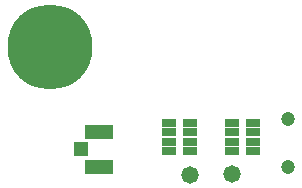
<source format=gbr>
%TF.GenerationSoftware,Altium Limited,Altium Designer,23.5.1 (21)*%
G04 Layer_Color=8388736*
%FSLAX45Y45*%
%MOMM*%
%TF.SameCoordinates,4F0F0AB4-5C0D-4210-9CCF-4C3744BDD4F0*%
%TF.FilePolarity,Negative*%
%TF.FileFunction,Soldermask,Top*%
%TF.Part,Single*%
G01*
G75*
%TA.AperFunction,SMDPad,CuDef*%
%ADD22R,2.40320X1.25320*%
%ADD23R,1.25320X1.20320*%
%ADD24R,1.15320X0.65320*%
%TA.AperFunction,ComponentPad*%
%ADD25C,7.20320*%
%ADD26C,1.20320*%
%TA.AperFunction,TestPad*%
%ADD27C,1.20320*%
%TA.AperFunction,ViaPad*%
%ADD28C,1.47320*%
D22*
X15400000Y3000000D02*
D03*
Y3295000D02*
D03*
D23*
X15247501Y3147500D02*
D03*
D24*
X16532100Y3369600D02*
D03*
Y3289600D02*
D03*
Y3209600D02*
D03*
Y3129600D02*
D03*
X16707100Y3369600D02*
D03*
Y3289600D02*
D03*
Y3209600D02*
D03*
Y3129600D02*
D03*
X15998700Y3369600D02*
D03*
Y3289600D02*
D03*
Y3209600D02*
D03*
Y3129600D02*
D03*
X16173700Y3369600D02*
D03*
Y3289600D02*
D03*
Y3209600D02*
D03*
Y3129600D02*
D03*
D25*
X14985616Y4014385D02*
D03*
D26*
Y3751885D02*
D03*
X14800000Y3828769D02*
D03*
X14723116Y4014385D02*
D03*
X15171231Y3828769D02*
D03*
X15248116Y4014385D02*
D03*
X15171231Y4200000D02*
D03*
X14985616Y4276885D02*
D03*
X14800000Y4200000D02*
D03*
D27*
X17000000Y3400000D02*
D03*
Y3000000D02*
D03*
D28*
X16530000Y2940000D02*
D03*
X16170000Y2930000D02*
D03*
%TF.MD5,99a5950560b69840d899958b76a68fc4*%
M02*

</source>
